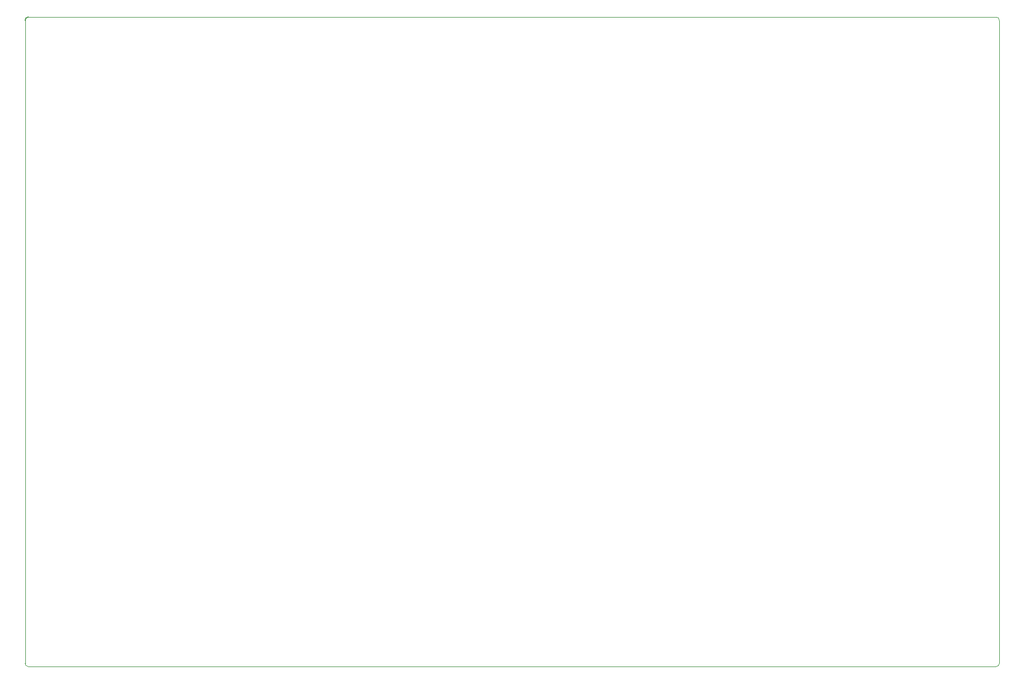
<source format=gm1>
%TF.GenerationSoftware,KiCad,Pcbnew,9.0.0*%
%TF.CreationDate,2025-04-13T23:06:23-05:00*%
%TF.ProjectId,temperature_sensor,74656d70-6572-4617-9475-72655f73656e,rev?*%
%TF.SameCoordinates,Original*%
%TF.FileFunction,Profile,NP*%
%FSLAX46Y46*%
G04 Gerber Fmt 4.6, Leading zero omitted, Abs format (unit mm)*
G04 Created by KiCad (PCBNEW 9.0.0) date 2025-04-13 23:06:23*
%MOMM*%
%LPD*%
G01*
G04 APERTURE LIST*
%TA.AperFunction,Profile*%
%ADD10C,0.050000*%
%TD*%
%TA.AperFunction,Profile*%
%ADD11C,0.200000*%
%TD*%
G04 APERTURE END LIST*
D10*
X40500000Y-26000000D02*
X40500000Y-125000000D01*
X190000000Y-25500000D02*
X41000000Y-25500000D01*
X190500000Y-125000000D02*
X190500000Y-26000000D01*
X41000000Y-125500000D02*
X190000000Y-125500000D01*
X41000000Y-125500000D02*
G75*
G02*
X40500000Y-125000000I0J500000D01*
G01*
X190500000Y-125000000D02*
G75*
G02*
X190000000Y-125500000I-500000J0D01*
G01*
X190000000Y-25500000D02*
G75*
G02*
X190500000Y-26000000I0J-500000D01*
G01*
D11*
X40500000Y-26000000D02*
G75*
G02*
X41000000Y-25500000I500000J0D01*
G01*
M02*

</source>
